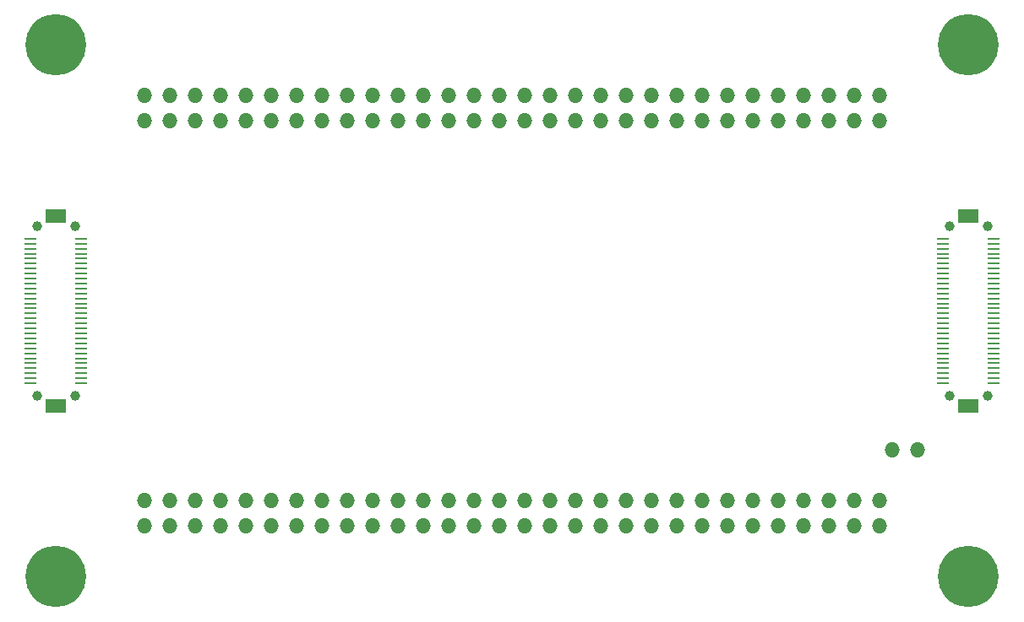
<source format=gbs>
G04 #@! TF.FileFunction,Soldermask,Bot*
%FSLAX46Y46*%
G04 Gerber Fmt 4.6, Leading zero omitted, Abs format (unit mm)*
G04 Created by KiCad (PCBNEW (2015-04-19 BZR 5613)-product) date 6/23/2015 7:30:16 PM*
%MOMM*%
G01*
G04 APERTURE LIST*
%ADD10C,0.100000*%
%ADD11O,6.100000X6.100000*%
%ADD12O,1.524000X1.524000*%
%ADD13C,1.000000*%
%ADD14R,2.100000X1.400000*%
%ADD15R,1.150000X0.250000*%
G04 APERTURE END LIST*
D10*
D11*
X93980000Y-134620000D03*
X93980000Y-81280000D03*
X185420000Y-81280000D03*
X185420000Y-134620000D03*
D12*
X176530000Y-127000000D03*
X173990000Y-127000000D03*
X171450000Y-127000000D03*
X168910000Y-127000000D03*
X166370000Y-127000000D03*
X163830000Y-127000000D03*
X161290000Y-127000000D03*
X158750000Y-127000000D03*
X156210000Y-127000000D03*
X153670000Y-127000000D03*
X151130000Y-127000000D03*
X148590000Y-127000000D03*
X146050000Y-127000000D03*
X143510000Y-127000000D03*
X140970000Y-127000000D03*
X138430000Y-127000000D03*
X135890000Y-127000000D03*
X133350000Y-127000000D03*
X130810000Y-127000000D03*
X128270000Y-127000000D03*
X125730000Y-127000000D03*
X123190000Y-127000000D03*
X120650000Y-127000000D03*
X118110000Y-127000000D03*
X115570000Y-127000000D03*
X113030000Y-127000000D03*
X110490000Y-127000000D03*
X107950000Y-127000000D03*
X105410000Y-127000000D03*
X102870000Y-127000000D03*
X176530000Y-129540000D03*
X173990000Y-129540000D03*
X171450000Y-129540000D03*
X168910000Y-129540000D03*
X166370000Y-129540000D03*
X163830000Y-129540000D03*
X161290000Y-129540000D03*
X158750000Y-129540000D03*
X156210000Y-129540000D03*
X153670000Y-129540000D03*
X151130000Y-129540000D03*
X148590000Y-129540000D03*
X146050000Y-129540000D03*
X143510000Y-129540000D03*
X140970000Y-129540000D03*
X138430000Y-129540000D03*
X135890000Y-129540000D03*
X133350000Y-129540000D03*
X130810000Y-129540000D03*
X128270000Y-129540000D03*
X125730000Y-129540000D03*
X123190000Y-129540000D03*
X120650000Y-129540000D03*
X118110000Y-129540000D03*
X115570000Y-129540000D03*
X113030000Y-129540000D03*
X110490000Y-129540000D03*
X107950000Y-129540000D03*
X105410000Y-129540000D03*
X102870000Y-129540000D03*
X177800000Y-121920000D03*
X180340000Y-121920000D03*
X176530000Y-88900000D03*
X173990000Y-88900000D03*
X171450000Y-88900000D03*
X168910000Y-88900000D03*
X166370000Y-88900000D03*
X163830000Y-88900000D03*
X161290000Y-88900000D03*
X158750000Y-88900000D03*
X156210000Y-88900000D03*
X153670000Y-88900000D03*
X151130000Y-88900000D03*
X148590000Y-88900000D03*
X146050000Y-88900000D03*
X143510000Y-88900000D03*
X140970000Y-88900000D03*
X138430000Y-88900000D03*
X135890000Y-88900000D03*
X133350000Y-88900000D03*
X130810000Y-88900000D03*
X128270000Y-88900000D03*
X125730000Y-88900000D03*
X123190000Y-88900000D03*
X120650000Y-88900000D03*
X118110000Y-88900000D03*
X115570000Y-88900000D03*
X113030000Y-88900000D03*
X110490000Y-88900000D03*
X107950000Y-88900000D03*
X105410000Y-88900000D03*
X102870000Y-88900000D03*
X176530000Y-86360000D03*
X173990000Y-86360000D03*
X171450000Y-86360000D03*
X168910000Y-86360000D03*
X166370000Y-86360000D03*
X163830000Y-86360000D03*
X161290000Y-86360000D03*
X158750000Y-86360000D03*
X156210000Y-86360000D03*
X153670000Y-86360000D03*
X151130000Y-86360000D03*
X148590000Y-86360000D03*
X146050000Y-86360000D03*
X143510000Y-86360000D03*
X140970000Y-86360000D03*
X138430000Y-86360000D03*
X135890000Y-86360000D03*
X133350000Y-86360000D03*
X130810000Y-86360000D03*
X128270000Y-86360000D03*
X125730000Y-86360000D03*
X123190000Y-86360000D03*
X120650000Y-86360000D03*
X118110000Y-86360000D03*
X115570000Y-86360000D03*
X113030000Y-86360000D03*
X110490000Y-86360000D03*
X107950000Y-86360000D03*
X105410000Y-86360000D03*
X102870000Y-86360000D03*
D13*
X183520000Y-99450000D03*
X183520000Y-116450000D03*
X92080000Y-99450000D03*
X92080000Y-116450000D03*
X95880000Y-99450000D03*
D14*
X93980000Y-117450000D03*
D15*
X96555000Y-100700000D03*
X96555000Y-101200000D03*
X96555000Y-101700000D03*
X96555000Y-102200000D03*
X96555000Y-102700000D03*
X96555000Y-103200000D03*
X96555000Y-103700000D03*
X96555000Y-104200000D03*
X96555000Y-104700000D03*
X96555000Y-105200000D03*
X96555000Y-105700000D03*
X96555000Y-106200000D03*
X96555000Y-106700000D03*
X96555000Y-107200000D03*
X96555000Y-107700000D03*
X96555000Y-108200000D03*
X96555000Y-108700000D03*
X96555000Y-109200000D03*
X96555000Y-109700000D03*
X96555000Y-110200000D03*
X96555000Y-110700000D03*
X96555000Y-111200000D03*
X96555000Y-111700000D03*
X96555000Y-112200000D03*
X96555000Y-112700000D03*
X96555000Y-113200000D03*
X96555000Y-113700000D03*
X96555000Y-114200000D03*
X96555000Y-114700000D03*
X96555000Y-115200000D03*
X91405000Y-100700000D03*
X91405000Y-101200000D03*
X91405000Y-101700000D03*
X91405000Y-102200000D03*
X91405000Y-102700000D03*
X91405000Y-103200000D03*
X91405000Y-103700000D03*
X91405000Y-104200000D03*
X91405000Y-104700000D03*
X91405000Y-105200000D03*
X91405000Y-105700000D03*
X91405000Y-106200000D03*
X91405000Y-106700000D03*
X91405000Y-107200000D03*
X91405000Y-107700000D03*
X91405000Y-108200000D03*
X91405000Y-108700000D03*
X91405000Y-109200000D03*
X91405000Y-109700000D03*
X91405000Y-110200000D03*
X91405000Y-110700000D03*
X91405000Y-111200000D03*
X91405000Y-111700000D03*
X91405000Y-112200000D03*
X91405000Y-112700000D03*
X91405000Y-113200000D03*
X91405000Y-113700000D03*
X91405000Y-114200000D03*
X91405000Y-114700000D03*
X91405000Y-115200000D03*
D14*
X93980000Y-98450000D03*
D13*
X95880000Y-116450000D03*
X187320000Y-99450000D03*
D14*
X185420000Y-117450000D03*
D15*
X187995000Y-100700000D03*
X187995000Y-101200000D03*
X187995000Y-101700000D03*
X187995000Y-102200000D03*
X187995000Y-102700000D03*
X187995000Y-103200000D03*
X187995000Y-103700000D03*
X187995000Y-104200000D03*
X187995000Y-104700000D03*
X187995000Y-105200000D03*
X187995000Y-105700000D03*
X187995000Y-106200000D03*
X187995000Y-106700000D03*
X187995000Y-107200000D03*
X187995000Y-107700000D03*
X187995000Y-108200000D03*
X187995000Y-108700000D03*
X187995000Y-109200000D03*
X187995000Y-109700000D03*
X187995000Y-110200000D03*
X187995000Y-110700000D03*
X187995000Y-111200000D03*
X187995000Y-111700000D03*
X187995000Y-112200000D03*
X187995000Y-112700000D03*
X187995000Y-113200000D03*
X187995000Y-113700000D03*
X187995000Y-114200000D03*
X187995000Y-114700000D03*
X187995000Y-115200000D03*
X182845000Y-100700000D03*
X182845000Y-101200000D03*
X182845000Y-101700000D03*
X182845000Y-102200000D03*
X182845000Y-102700000D03*
X182845000Y-103200000D03*
X182845000Y-103700000D03*
X182845000Y-104200000D03*
X182845000Y-104700000D03*
X182845000Y-105200000D03*
X182845000Y-105700000D03*
X182845000Y-106200000D03*
X182845000Y-106700000D03*
X182845000Y-107200000D03*
X182845000Y-107700000D03*
X182845000Y-108200000D03*
X182845000Y-108700000D03*
X182845000Y-109200000D03*
X182845000Y-109700000D03*
X182845000Y-110200000D03*
X182845000Y-110700000D03*
X182845000Y-111200000D03*
X182845000Y-111700000D03*
X182845000Y-112200000D03*
X182845000Y-112700000D03*
X182845000Y-113200000D03*
X182845000Y-113700000D03*
X182845000Y-114200000D03*
X182845000Y-114700000D03*
X182845000Y-115200000D03*
D14*
X185420000Y-98450000D03*
D13*
X187320000Y-116450000D03*
M02*

</source>
